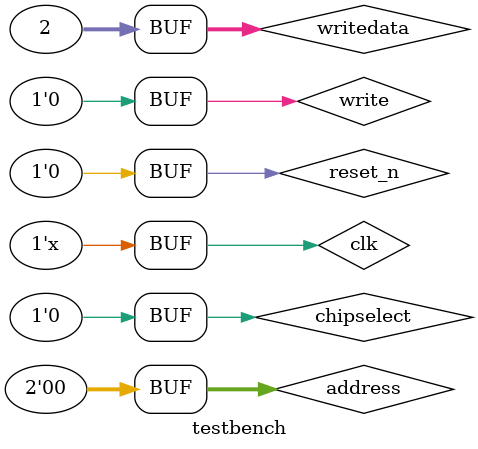
<source format=v>
`timescale 1ns / 1ps

module testbench ();
	reg clk;
	reg reset_n;
	reg [1:0] address;
	reg write;
	reg chipselect;
	reg [31:0] writedata;
	wire clk_out;

My_ClockDivider T1 (clk, reset_n, chipselect, address, write, writedata, clk_out);

	always
		#5 clk <= ~clk;

	initial 
		begin
			clk<= 1'b0;
			reset_n <= 1'b0;
			address <= 2'b0;
			write <= 1'b0;
			chipselect <= 1'b0;
			writedata <= 32'b0;
			#20 reset_n <= 1'b1;
			#240 write <= 1'b1;
			writedata <= 32'b10;
			#10 chipselect <= 1'b1;
			#20 chipselect <= 1'b0;
			write <= 1'b0;
			#80 reset_n <= 1'b0;
		end
	
endmodule 
</source>
